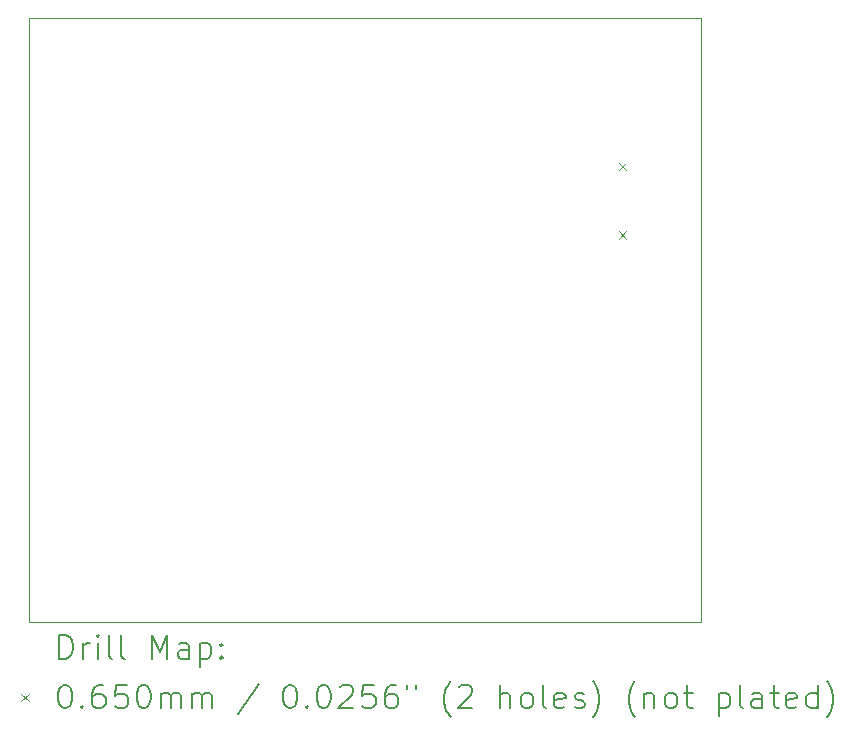
<source format=gbr>
%TF.GenerationSoftware,KiCad,Pcbnew,9.0.0*%
%TF.CreationDate,2025-04-25T18:31:39-04:00*%
%TF.ProjectId,bq25171_breakout,62713235-3137-4315-9f62-7265616b6f75,rev?*%
%TF.SameCoordinates,Original*%
%TF.FileFunction,Drillmap*%
%TF.FilePolarity,Positive*%
%FSLAX45Y45*%
G04 Gerber Fmt 4.5, Leading zero omitted, Abs format (unit mm)*
G04 Created by KiCad (PCBNEW 9.0.0) date 2025-04-25 18:31:39*
%MOMM*%
%LPD*%
G01*
G04 APERTURE LIST*
%ADD10C,0.050000*%
%ADD11C,0.200000*%
%ADD12C,0.100000*%
G04 APERTURE END LIST*
D10*
X10073000Y-7405000D02*
X15763000Y-7405000D01*
X15763000Y-12515000D01*
X10073000Y-12515000D01*
X10073000Y-7405000D01*
D11*
D12*
X15065000Y-8628500D02*
X15130000Y-8693500D01*
X15130000Y-8628500D02*
X15065000Y-8693500D01*
X15065000Y-9206500D02*
X15130000Y-9271500D01*
X15130000Y-9206500D02*
X15065000Y-9271500D01*
D11*
X10331277Y-12828984D02*
X10331277Y-12628984D01*
X10331277Y-12628984D02*
X10378896Y-12628984D01*
X10378896Y-12628984D02*
X10407467Y-12638508D01*
X10407467Y-12638508D02*
X10426515Y-12657555D01*
X10426515Y-12657555D02*
X10436039Y-12676603D01*
X10436039Y-12676603D02*
X10445563Y-12714698D01*
X10445563Y-12714698D02*
X10445563Y-12743269D01*
X10445563Y-12743269D02*
X10436039Y-12781365D01*
X10436039Y-12781365D02*
X10426515Y-12800412D01*
X10426515Y-12800412D02*
X10407467Y-12819460D01*
X10407467Y-12819460D02*
X10378896Y-12828984D01*
X10378896Y-12828984D02*
X10331277Y-12828984D01*
X10531277Y-12828984D02*
X10531277Y-12695650D01*
X10531277Y-12733746D02*
X10540801Y-12714698D01*
X10540801Y-12714698D02*
X10550324Y-12705174D01*
X10550324Y-12705174D02*
X10569372Y-12695650D01*
X10569372Y-12695650D02*
X10588420Y-12695650D01*
X10655086Y-12828984D02*
X10655086Y-12695650D01*
X10655086Y-12628984D02*
X10645563Y-12638508D01*
X10645563Y-12638508D02*
X10655086Y-12648031D01*
X10655086Y-12648031D02*
X10664610Y-12638508D01*
X10664610Y-12638508D02*
X10655086Y-12628984D01*
X10655086Y-12628984D02*
X10655086Y-12648031D01*
X10778896Y-12828984D02*
X10759848Y-12819460D01*
X10759848Y-12819460D02*
X10750324Y-12800412D01*
X10750324Y-12800412D02*
X10750324Y-12628984D01*
X10883658Y-12828984D02*
X10864610Y-12819460D01*
X10864610Y-12819460D02*
X10855086Y-12800412D01*
X10855086Y-12800412D02*
X10855086Y-12628984D01*
X11112229Y-12828984D02*
X11112229Y-12628984D01*
X11112229Y-12628984D02*
X11178896Y-12771841D01*
X11178896Y-12771841D02*
X11245562Y-12628984D01*
X11245562Y-12628984D02*
X11245562Y-12828984D01*
X11426515Y-12828984D02*
X11426515Y-12724222D01*
X11426515Y-12724222D02*
X11416991Y-12705174D01*
X11416991Y-12705174D02*
X11397943Y-12695650D01*
X11397943Y-12695650D02*
X11359848Y-12695650D01*
X11359848Y-12695650D02*
X11340801Y-12705174D01*
X11426515Y-12819460D02*
X11407467Y-12828984D01*
X11407467Y-12828984D02*
X11359848Y-12828984D01*
X11359848Y-12828984D02*
X11340801Y-12819460D01*
X11340801Y-12819460D02*
X11331277Y-12800412D01*
X11331277Y-12800412D02*
X11331277Y-12781365D01*
X11331277Y-12781365D02*
X11340801Y-12762317D01*
X11340801Y-12762317D02*
X11359848Y-12752793D01*
X11359848Y-12752793D02*
X11407467Y-12752793D01*
X11407467Y-12752793D02*
X11426515Y-12743269D01*
X11521753Y-12695650D02*
X11521753Y-12895650D01*
X11521753Y-12705174D02*
X11540801Y-12695650D01*
X11540801Y-12695650D02*
X11578896Y-12695650D01*
X11578896Y-12695650D02*
X11597943Y-12705174D01*
X11597943Y-12705174D02*
X11607467Y-12714698D01*
X11607467Y-12714698D02*
X11616991Y-12733746D01*
X11616991Y-12733746D02*
X11616991Y-12790888D01*
X11616991Y-12790888D02*
X11607467Y-12809936D01*
X11607467Y-12809936D02*
X11597943Y-12819460D01*
X11597943Y-12819460D02*
X11578896Y-12828984D01*
X11578896Y-12828984D02*
X11540801Y-12828984D01*
X11540801Y-12828984D02*
X11521753Y-12819460D01*
X11702705Y-12809936D02*
X11712229Y-12819460D01*
X11712229Y-12819460D02*
X11702705Y-12828984D01*
X11702705Y-12828984D02*
X11693182Y-12819460D01*
X11693182Y-12819460D02*
X11702705Y-12809936D01*
X11702705Y-12809936D02*
X11702705Y-12828984D01*
X11702705Y-12705174D02*
X11712229Y-12714698D01*
X11712229Y-12714698D02*
X11702705Y-12724222D01*
X11702705Y-12724222D02*
X11693182Y-12714698D01*
X11693182Y-12714698D02*
X11702705Y-12705174D01*
X11702705Y-12705174D02*
X11702705Y-12724222D01*
D12*
X10005500Y-13125000D02*
X10070500Y-13190000D01*
X10070500Y-13125000D02*
X10005500Y-13190000D01*
D11*
X10369372Y-13048984D02*
X10388420Y-13048984D01*
X10388420Y-13048984D02*
X10407467Y-13058508D01*
X10407467Y-13058508D02*
X10416991Y-13068031D01*
X10416991Y-13068031D02*
X10426515Y-13087079D01*
X10426515Y-13087079D02*
X10436039Y-13125174D01*
X10436039Y-13125174D02*
X10436039Y-13172793D01*
X10436039Y-13172793D02*
X10426515Y-13210888D01*
X10426515Y-13210888D02*
X10416991Y-13229936D01*
X10416991Y-13229936D02*
X10407467Y-13239460D01*
X10407467Y-13239460D02*
X10388420Y-13248984D01*
X10388420Y-13248984D02*
X10369372Y-13248984D01*
X10369372Y-13248984D02*
X10350324Y-13239460D01*
X10350324Y-13239460D02*
X10340801Y-13229936D01*
X10340801Y-13229936D02*
X10331277Y-13210888D01*
X10331277Y-13210888D02*
X10321753Y-13172793D01*
X10321753Y-13172793D02*
X10321753Y-13125174D01*
X10321753Y-13125174D02*
X10331277Y-13087079D01*
X10331277Y-13087079D02*
X10340801Y-13068031D01*
X10340801Y-13068031D02*
X10350324Y-13058508D01*
X10350324Y-13058508D02*
X10369372Y-13048984D01*
X10521753Y-13229936D02*
X10531277Y-13239460D01*
X10531277Y-13239460D02*
X10521753Y-13248984D01*
X10521753Y-13248984D02*
X10512229Y-13239460D01*
X10512229Y-13239460D02*
X10521753Y-13229936D01*
X10521753Y-13229936D02*
X10521753Y-13248984D01*
X10702705Y-13048984D02*
X10664610Y-13048984D01*
X10664610Y-13048984D02*
X10645563Y-13058508D01*
X10645563Y-13058508D02*
X10636039Y-13068031D01*
X10636039Y-13068031D02*
X10616991Y-13096603D01*
X10616991Y-13096603D02*
X10607467Y-13134698D01*
X10607467Y-13134698D02*
X10607467Y-13210888D01*
X10607467Y-13210888D02*
X10616991Y-13229936D01*
X10616991Y-13229936D02*
X10626515Y-13239460D01*
X10626515Y-13239460D02*
X10645563Y-13248984D01*
X10645563Y-13248984D02*
X10683658Y-13248984D01*
X10683658Y-13248984D02*
X10702705Y-13239460D01*
X10702705Y-13239460D02*
X10712229Y-13229936D01*
X10712229Y-13229936D02*
X10721753Y-13210888D01*
X10721753Y-13210888D02*
X10721753Y-13163269D01*
X10721753Y-13163269D02*
X10712229Y-13144222D01*
X10712229Y-13144222D02*
X10702705Y-13134698D01*
X10702705Y-13134698D02*
X10683658Y-13125174D01*
X10683658Y-13125174D02*
X10645563Y-13125174D01*
X10645563Y-13125174D02*
X10626515Y-13134698D01*
X10626515Y-13134698D02*
X10616991Y-13144222D01*
X10616991Y-13144222D02*
X10607467Y-13163269D01*
X10902705Y-13048984D02*
X10807467Y-13048984D01*
X10807467Y-13048984D02*
X10797944Y-13144222D01*
X10797944Y-13144222D02*
X10807467Y-13134698D01*
X10807467Y-13134698D02*
X10826515Y-13125174D01*
X10826515Y-13125174D02*
X10874134Y-13125174D01*
X10874134Y-13125174D02*
X10893182Y-13134698D01*
X10893182Y-13134698D02*
X10902705Y-13144222D01*
X10902705Y-13144222D02*
X10912229Y-13163269D01*
X10912229Y-13163269D02*
X10912229Y-13210888D01*
X10912229Y-13210888D02*
X10902705Y-13229936D01*
X10902705Y-13229936D02*
X10893182Y-13239460D01*
X10893182Y-13239460D02*
X10874134Y-13248984D01*
X10874134Y-13248984D02*
X10826515Y-13248984D01*
X10826515Y-13248984D02*
X10807467Y-13239460D01*
X10807467Y-13239460D02*
X10797944Y-13229936D01*
X11036039Y-13048984D02*
X11055086Y-13048984D01*
X11055086Y-13048984D02*
X11074134Y-13058508D01*
X11074134Y-13058508D02*
X11083658Y-13068031D01*
X11083658Y-13068031D02*
X11093182Y-13087079D01*
X11093182Y-13087079D02*
X11102705Y-13125174D01*
X11102705Y-13125174D02*
X11102705Y-13172793D01*
X11102705Y-13172793D02*
X11093182Y-13210888D01*
X11093182Y-13210888D02*
X11083658Y-13229936D01*
X11083658Y-13229936D02*
X11074134Y-13239460D01*
X11074134Y-13239460D02*
X11055086Y-13248984D01*
X11055086Y-13248984D02*
X11036039Y-13248984D01*
X11036039Y-13248984D02*
X11016991Y-13239460D01*
X11016991Y-13239460D02*
X11007467Y-13229936D01*
X11007467Y-13229936D02*
X10997944Y-13210888D01*
X10997944Y-13210888D02*
X10988420Y-13172793D01*
X10988420Y-13172793D02*
X10988420Y-13125174D01*
X10988420Y-13125174D02*
X10997944Y-13087079D01*
X10997944Y-13087079D02*
X11007467Y-13068031D01*
X11007467Y-13068031D02*
X11016991Y-13058508D01*
X11016991Y-13058508D02*
X11036039Y-13048984D01*
X11188420Y-13248984D02*
X11188420Y-13115650D01*
X11188420Y-13134698D02*
X11197943Y-13125174D01*
X11197943Y-13125174D02*
X11216991Y-13115650D01*
X11216991Y-13115650D02*
X11245563Y-13115650D01*
X11245563Y-13115650D02*
X11264610Y-13125174D01*
X11264610Y-13125174D02*
X11274134Y-13144222D01*
X11274134Y-13144222D02*
X11274134Y-13248984D01*
X11274134Y-13144222D02*
X11283658Y-13125174D01*
X11283658Y-13125174D02*
X11302705Y-13115650D01*
X11302705Y-13115650D02*
X11331277Y-13115650D01*
X11331277Y-13115650D02*
X11350324Y-13125174D01*
X11350324Y-13125174D02*
X11359848Y-13144222D01*
X11359848Y-13144222D02*
X11359848Y-13248984D01*
X11455086Y-13248984D02*
X11455086Y-13115650D01*
X11455086Y-13134698D02*
X11464610Y-13125174D01*
X11464610Y-13125174D02*
X11483658Y-13115650D01*
X11483658Y-13115650D02*
X11512229Y-13115650D01*
X11512229Y-13115650D02*
X11531277Y-13125174D01*
X11531277Y-13125174D02*
X11540801Y-13144222D01*
X11540801Y-13144222D02*
X11540801Y-13248984D01*
X11540801Y-13144222D02*
X11550324Y-13125174D01*
X11550324Y-13125174D02*
X11569372Y-13115650D01*
X11569372Y-13115650D02*
X11597943Y-13115650D01*
X11597943Y-13115650D02*
X11616991Y-13125174D01*
X11616991Y-13125174D02*
X11626515Y-13144222D01*
X11626515Y-13144222D02*
X11626515Y-13248984D01*
X12016991Y-13039460D02*
X11845563Y-13296603D01*
X12274134Y-13048984D02*
X12293182Y-13048984D01*
X12293182Y-13048984D02*
X12312229Y-13058508D01*
X12312229Y-13058508D02*
X12321753Y-13068031D01*
X12321753Y-13068031D02*
X12331277Y-13087079D01*
X12331277Y-13087079D02*
X12340801Y-13125174D01*
X12340801Y-13125174D02*
X12340801Y-13172793D01*
X12340801Y-13172793D02*
X12331277Y-13210888D01*
X12331277Y-13210888D02*
X12321753Y-13229936D01*
X12321753Y-13229936D02*
X12312229Y-13239460D01*
X12312229Y-13239460D02*
X12293182Y-13248984D01*
X12293182Y-13248984D02*
X12274134Y-13248984D01*
X12274134Y-13248984D02*
X12255086Y-13239460D01*
X12255086Y-13239460D02*
X12245563Y-13229936D01*
X12245563Y-13229936D02*
X12236039Y-13210888D01*
X12236039Y-13210888D02*
X12226515Y-13172793D01*
X12226515Y-13172793D02*
X12226515Y-13125174D01*
X12226515Y-13125174D02*
X12236039Y-13087079D01*
X12236039Y-13087079D02*
X12245563Y-13068031D01*
X12245563Y-13068031D02*
X12255086Y-13058508D01*
X12255086Y-13058508D02*
X12274134Y-13048984D01*
X12426515Y-13229936D02*
X12436039Y-13239460D01*
X12436039Y-13239460D02*
X12426515Y-13248984D01*
X12426515Y-13248984D02*
X12416991Y-13239460D01*
X12416991Y-13239460D02*
X12426515Y-13229936D01*
X12426515Y-13229936D02*
X12426515Y-13248984D01*
X12559848Y-13048984D02*
X12578896Y-13048984D01*
X12578896Y-13048984D02*
X12597944Y-13058508D01*
X12597944Y-13058508D02*
X12607467Y-13068031D01*
X12607467Y-13068031D02*
X12616991Y-13087079D01*
X12616991Y-13087079D02*
X12626515Y-13125174D01*
X12626515Y-13125174D02*
X12626515Y-13172793D01*
X12626515Y-13172793D02*
X12616991Y-13210888D01*
X12616991Y-13210888D02*
X12607467Y-13229936D01*
X12607467Y-13229936D02*
X12597944Y-13239460D01*
X12597944Y-13239460D02*
X12578896Y-13248984D01*
X12578896Y-13248984D02*
X12559848Y-13248984D01*
X12559848Y-13248984D02*
X12540801Y-13239460D01*
X12540801Y-13239460D02*
X12531277Y-13229936D01*
X12531277Y-13229936D02*
X12521753Y-13210888D01*
X12521753Y-13210888D02*
X12512229Y-13172793D01*
X12512229Y-13172793D02*
X12512229Y-13125174D01*
X12512229Y-13125174D02*
X12521753Y-13087079D01*
X12521753Y-13087079D02*
X12531277Y-13068031D01*
X12531277Y-13068031D02*
X12540801Y-13058508D01*
X12540801Y-13058508D02*
X12559848Y-13048984D01*
X12702706Y-13068031D02*
X12712229Y-13058508D01*
X12712229Y-13058508D02*
X12731277Y-13048984D01*
X12731277Y-13048984D02*
X12778896Y-13048984D01*
X12778896Y-13048984D02*
X12797944Y-13058508D01*
X12797944Y-13058508D02*
X12807467Y-13068031D01*
X12807467Y-13068031D02*
X12816991Y-13087079D01*
X12816991Y-13087079D02*
X12816991Y-13106127D01*
X12816991Y-13106127D02*
X12807467Y-13134698D01*
X12807467Y-13134698D02*
X12693182Y-13248984D01*
X12693182Y-13248984D02*
X12816991Y-13248984D01*
X12997944Y-13048984D02*
X12902706Y-13048984D01*
X12902706Y-13048984D02*
X12893182Y-13144222D01*
X12893182Y-13144222D02*
X12902706Y-13134698D01*
X12902706Y-13134698D02*
X12921753Y-13125174D01*
X12921753Y-13125174D02*
X12969372Y-13125174D01*
X12969372Y-13125174D02*
X12988420Y-13134698D01*
X12988420Y-13134698D02*
X12997944Y-13144222D01*
X12997944Y-13144222D02*
X13007467Y-13163269D01*
X13007467Y-13163269D02*
X13007467Y-13210888D01*
X13007467Y-13210888D02*
X12997944Y-13229936D01*
X12997944Y-13229936D02*
X12988420Y-13239460D01*
X12988420Y-13239460D02*
X12969372Y-13248984D01*
X12969372Y-13248984D02*
X12921753Y-13248984D01*
X12921753Y-13248984D02*
X12902706Y-13239460D01*
X12902706Y-13239460D02*
X12893182Y-13229936D01*
X13178896Y-13048984D02*
X13140801Y-13048984D01*
X13140801Y-13048984D02*
X13121753Y-13058508D01*
X13121753Y-13058508D02*
X13112229Y-13068031D01*
X13112229Y-13068031D02*
X13093182Y-13096603D01*
X13093182Y-13096603D02*
X13083658Y-13134698D01*
X13083658Y-13134698D02*
X13083658Y-13210888D01*
X13083658Y-13210888D02*
X13093182Y-13229936D01*
X13093182Y-13229936D02*
X13102706Y-13239460D01*
X13102706Y-13239460D02*
X13121753Y-13248984D01*
X13121753Y-13248984D02*
X13159848Y-13248984D01*
X13159848Y-13248984D02*
X13178896Y-13239460D01*
X13178896Y-13239460D02*
X13188420Y-13229936D01*
X13188420Y-13229936D02*
X13197944Y-13210888D01*
X13197944Y-13210888D02*
X13197944Y-13163269D01*
X13197944Y-13163269D02*
X13188420Y-13144222D01*
X13188420Y-13144222D02*
X13178896Y-13134698D01*
X13178896Y-13134698D02*
X13159848Y-13125174D01*
X13159848Y-13125174D02*
X13121753Y-13125174D01*
X13121753Y-13125174D02*
X13102706Y-13134698D01*
X13102706Y-13134698D02*
X13093182Y-13144222D01*
X13093182Y-13144222D02*
X13083658Y-13163269D01*
X13274134Y-13048984D02*
X13274134Y-13087079D01*
X13350325Y-13048984D02*
X13350325Y-13087079D01*
X13645563Y-13325174D02*
X13636039Y-13315650D01*
X13636039Y-13315650D02*
X13616991Y-13287079D01*
X13616991Y-13287079D02*
X13607468Y-13268031D01*
X13607468Y-13268031D02*
X13597944Y-13239460D01*
X13597944Y-13239460D02*
X13588420Y-13191841D01*
X13588420Y-13191841D02*
X13588420Y-13153746D01*
X13588420Y-13153746D02*
X13597944Y-13106127D01*
X13597944Y-13106127D02*
X13607468Y-13077555D01*
X13607468Y-13077555D02*
X13616991Y-13058508D01*
X13616991Y-13058508D02*
X13636039Y-13029936D01*
X13636039Y-13029936D02*
X13645563Y-13020412D01*
X13712229Y-13068031D02*
X13721753Y-13058508D01*
X13721753Y-13058508D02*
X13740801Y-13048984D01*
X13740801Y-13048984D02*
X13788420Y-13048984D01*
X13788420Y-13048984D02*
X13807468Y-13058508D01*
X13807468Y-13058508D02*
X13816991Y-13068031D01*
X13816991Y-13068031D02*
X13826515Y-13087079D01*
X13826515Y-13087079D02*
X13826515Y-13106127D01*
X13826515Y-13106127D02*
X13816991Y-13134698D01*
X13816991Y-13134698D02*
X13702706Y-13248984D01*
X13702706Y-13248984D02*
X13826515Y-13248984D01*
X14064610Y-13248984D02*
X14064610Y-13048984D01*
X14150325Y-13248984D02*
X14150325Y-13144222D01*
X14150325Y-13144222D02*
X14140801Y-13125174D01*
X14140801Y-13125174D02*
X14121753Y-13115650D01*
X14121753Y-13115650D02*
X14093182Y-13115650D01*
X14093182Y-13115650D02*
X14074134Y-13125174D01*
X14074134Y-13125174D02*
X14064610Y-13134698D01*
X14274134Y-13248984D02*
X14255087Y-13239460D01*
X14255087Y-13239460D02*
X14245563Y-13229936D01*
X14245563Y-13229936D02*
X14236039Y-13210888D01*
X14236039Y-13210888D02*
X14236039Y-13153746D01*
X14236039Y-13153746D02*
X14245563Y-13134698D01*
X14245563Y-13134698D02*
X14255087Y-13125174D01*
X14255087Y-13125174D02*
X14274134Y-13115650D01*
X14274134Y-13115650D02*
X14302706Y-13115650D01*
X14302706Y-13115650D02*
X14321753Y-13125174D01*
X14321753Y-13125174D02*
X14331277Y-13134698D01*
X14331277Y-13134698D02*
X14340801Y-13153746D01*
X14340801Y-13153746D02*
X14340801Y-13210888D01*
X14340801Y-13210888D02*
X14331277Y-13229936D01*
X14331277Y-13229936D02*
X14321753Y-13239460D01*
X14321753Y-13239460D02*
X14302706Y-13248984D01*
X14302706Y-13248984D02*
X14274134Y-13248984D01*
X14455087Y-13248984D02*
X14436039Y-13239460D01*
X14436039Y-13239460D02*
X14426515Y-13220412D01*
X14426515Y-13220412D02*
X14426515Y-13048984D01*
X14607468Y-13239460D02*
X14588420Y-13248984D01*
X14588420Y-13248984D02*
X14550325Y-13248984D01*
X14550325Y-13248984D02*
X14531277Y-13239460D01*
X14531277Y-13239460D02*
X14521753Y-13220412D01*
X14521753Y-13220412D02*
X14521753Y-13144222D01*
X14521753Y-13144222D02*
X14531277Y-13125174D01*
X14531277Y-13125174D02*
X14550325Y-13115650D01*
X14550325Y-13115650D02*
X14588420Y-13115650D01*
X14588420Y-13115650D02*
X14607468Y-13125174D01*
X14607468Y-13125174D02*
X14616991Y-13144222D01*
X14616991Y-13144222D02*
X14616991Y-13163269D01*
X14616991Y-13163269D02*
X14521753Y-13182317D01*
X14693182Y-13239460D02*
X14712230Y-13248984D01*
X14712230Y-13248984D02*
X14750325Y-13248984D01*
X14750325Y-13248984D02*
X14769372Y-13239460D01*
X14769372Y-13239460D02*
X14778896Y-13220412D01*
X14778896Y-13220412D02*
X14778896Y-13210888D01*
X14778896Y-13210888D02*
X14769372Y-13191841D01*
X14769372Y-13191841D02*
X14750325Y-13182317D01*
X14750325Y-13182317D02*
X14721753Y-13182317D01*
X14721753Y-13182317D02*
X14702706Y-13172793D01*
X14702706Y-13172793D02*
X14693182Y-13153746D01*
X14693182Y-13153746D02*
X14693182Y-13144222D01*
X14693182Y-13144222D02*
X14702706Y-13125174D01*
X14702706Y-13125174D02*
X14721753Y-13115650D01*
X14721753Y-13115650D02*
X14750325Y-13115650D01*
X14750325Y-13115650D02*
X14769372Y-13125174D01*
X14845563Y-13325174D02*
X14855087Y-13315650D01*
X14855087Y-13315650D02*
X14874134Y-13287079D01*
X14874134Y-13287079D02*
X14883658Y-13268031D01*
X14883658Y-13268031D02*
X14893182Y-13239460D01*
X14893182Y-13239460D02*
X14902706Y-13191841D01*
X14902706Y-13191841D02*
X14902706Y-13153746D01*
X14902706Y-13153746D02*
X14893182Y-13106127D01*
X14893182Y-13106127D02*
X14883658Y-13077555D01*
X14883658Y-13077555D02*
X14874134Y-13058508D01*
X14874134Y-13058508D02*
X14855087Y-13029936D01*
X14855087Y-13029936D02*
X14845563Y-13020412D01*
X15207468Y-13325174D02*
X15197944Y-13315650D01*
X15197944Y-13315650D02*
X15178896Y-13287079D01*
X15178896Y-13287079D02*
X15169372Y-13268031D01*
X15169372Y-13268031D02*
X15159849Y-13239460D01*
X15159849Y-13239460D02*
X15150325Y-13191841D01*
X15150325Y-13191841D02*
X15150325Y-13153746D01*
X15150325Y-13153746D02*
X15159849Y-13106127D01*
X15159849Y-13106127D02*
X15169372Y-13077555D01*
X15169372Y-13077555D02*
X15178896Y-13058508D01*
X15178896Y-13058508D02*
X15197944Y-13029936D01*
X15197944Y-13029936D02*
X15207468Y-13020412D01*
X15283658Y-13115650D02*
X15283658Y-13248984D01*
X15283658Y-13134698D02*
X15293182Y-13125174D01*
X15293182Y-13125174D02*
X15312230Y-13115650D01*
X15312230Y-13115650D02*
X15340801Y-13115650D01*
X15340801Y-13115650D02*
X15359849Y-13125174D01*
X15359849Y-13125174D02*
X15369372Y-13144222D01*
X15369372Y-13144222D02*
X15369372Y-13248984D01*
X15493182Y-13248984D02*
X15474134Y-13239460D01*
X15474134Y-13239460D02*
X15464611Y-13229936D01*
X15464611Y-13229936D02*
X15455087Y-13210888D01*
X15455087Y-13210888D02*
X15455087Y-13153746D01*
X15455087Y-13153746D02*
X15464611Y-13134698D01*
X15464611Y-13134698D02*
X15474134Y-13125174D01*
X15474134Y-13125174D02*
X15493182Y-13115650D01*
X15493182Y-13115650D02*
X15521753Y-13115650D01*
X15521753Y-13115650D02*
X15540801Y-13125174D01*
X15540801Y-13125174D02*
X15550325Y-13134698D01*
X15550325Y-13134698D02*
X15559849Y-13153746D01*
X15559849Y-13153746D02*
X15559849Y-13210888D01*
X15559849Y-13210888D02*
X15550325Y-13229936D01*
X15550325Y-13229936D02*
X15540801Y-13239460D01*
X15540801Y-13239460D02*
X15521753Y-13248984D01*
X15521753Y-13248984D02*
X15493182Y-13248984D01*
X15616992Y-13115650D02*
X15693182Y-13115650D01*
X15645563Y-13048984D02*
X15645563Y-13220412D01*
X15645563Y-13220412D02*
X15655087Y-13239460D01*
X15655087Y-13239460D02*
X15674134Y-13248984D01*
X15674134Y-13248984D02*
X15693182Y-13248984D01*
X15912230Y-13115650D02*
X15912230Y-13315650D01*
X15912230Y-13125174D02*
X15931277Y-13115650D01*
X15931277Y-13115650D02*
X15969373Y-13115650D01*
X15969373Y-13115650D02*
X15988420Y-13125174D01*
X15988420Y-13125174D02*
X15997944Y-13134698D01*
X15997944Y-13134698D02*
X16007468Y-13153746D01*
X16007468Y-13153746D02*
X16007468Y-13210888D01*
X16007468Y-13210888D02*
X15997944Y-13229936D01*
X15997944Y-13229936D02*
X15988420Y-13239460D01*
X15988420Y-13239460D02*
X15969373Y-13248984D01*
X15969373Y-13248984D02*
X15931277Y-13248984D01*
X15931277Y-13248984D02*
X15912230Y-13239460D01*
X16121753Y-13248984D02*
X16102706Y-13239460D01*
X16102706Y-13239460D02*
X16093182Y-13220412D01*
X16093182Y-13220412D02*
X16093182Y-13048984D01*
X16283658Y-13248984D02*
X16283658Y-13144222D01*
X16283658Y-13144222D02*
X16274134Y-13125174D01*
X16274134Y-13125174D02*
X16255087Y-13115650D01*
X16255087Y-13115650D02*
X16216992Y-13115650D01*
X16216992Y-13115650D02*
X16197944Y-13125174D01*
X16283658Y-13239460D02*
X16264611Y-13248984D01*
X16264611Y-13248984D02*
X16216992Y-13248984D01*
X16216992Y-13248984D02*
X16197944Y-13239460D01*
X16197944Y-13239460D02*
X16188420Y-13220412D01*
X16188420Y-13220412D02*
X16188420Y-13201365D01*
X16188420Y-13201365D02*
X16197944Y-13182317D01*
X16197944Y-13182317D02*
X16216992Y-13172793D01*
X16216992Y-13172793D02*
X16264611Y-13172793D01*
X16264611Y-13172793D02*
X16283658Y-13163269D01*
X16350325Y-13115650D02*
X16426515Y-13115650D01*
X16378896Y-13048984D02*
X16378896Y-13220412D01*
X16378896Y-13220412D02*
X16388420Y-13239460D01*
X16388420Y-13239460D02*
X16407468Y-13248984D01*
X16407468Y-13248984D02*
X16426515Y-13248984D01*
X16569373Y-13239460D02*
X16550325Y-13248984D01*
X16550325Y-13248984D02*
X16512230Y-13248984D01*
X16512230Y-13248984D02*
X16493182Y-13239460D01*
X16493182Y-13239460D02*
X16483658Y-13220412D01*
X16483658Y-13220412D02*
X16483658Y-13144222D01*
X16483658Y-13144222D02*
X16493182Y-13125174D01*
X16493182Y-13125174D02*
X16512230Y-13115650D01*
X16512230Y-13115650D02*
X16550325Y-13115650D01*
X16550325Y-13115650D02*
X16569373Y-13125174D01*
X16569373Y-13125174D02*
X16578896Y-13144222D01*
X16578896Y-13144222D02*
X16578896Y-13163269D01*
X16578896Y-13163269D02*
X16483658Y-13182317D01*
X16750325Y-13248984D02*
X16750325Y-13048984D01*
X16750325Y-13239460D02*
X16731277Y-13248984D01*
X16731277Y-13248984D02*
X16693182Y-13248984D01*
X16693182Y-13248984D02*
X16674134Y-13239460D01*
X16674134Y-13239460D02*
X16664611Y-13229936D01*
X16664611Y-13229936D02*
X16655087Y-13210888D01*
X16655087Y-13210888D02*
X16655087Y-13153746D01*
X16655087Y-13153746D02*
X16664611Y-13134698D01*
X16664611Y-13134698D02*
X16674134Y-13125174D01*
X16674134Y-13125174D02*
X16693182Y-13115650D01*
X16693182Y-13115650D02*
X16731277Y-13115650D01*
X16731277Y-13115650D02*
X16750325Y-13125174D01*
X16826516Y-13325174D02*
X16836039Y-13315650D01*
X16836039Y-13315650D02*
X16855087Y-13287079D01*
X16855087Y-13287079D02*
X16864611Y-13268031D01*
X16864611Y-13268031D02*
X16874135Y-13239460D01*
X16874135Y-13239460D02*
X16883658Y-13191841D01*
X16883658Y-13191841D02*
X16883658Y-13153746D01*
X16883658Y-13153746D02*
X16874135Y-13106127D01*
X16874135Y-13106127D02*
X16864611Y-13077555D01*
X16864611Y-13077555D02*
X16855087Y-13058508D01*
X16855087Y-13058508D02*
X16836039Y-13029936D01*
X16836039Y-13029936D02*
X16826516Y-13020412D01*
M02*

</source>
